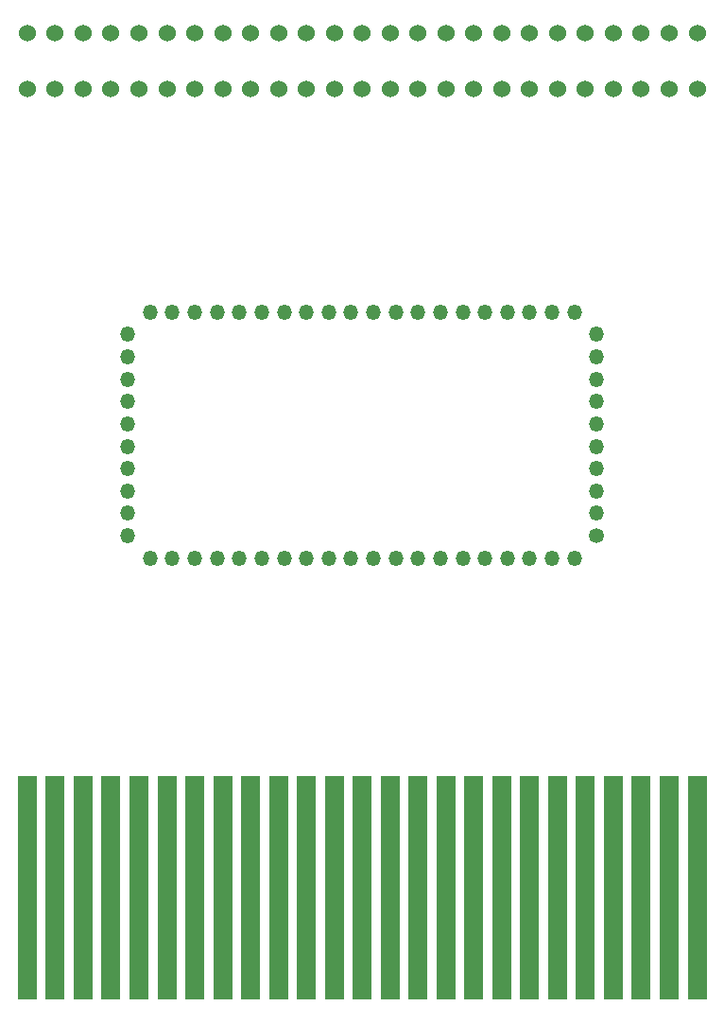
<source format=gbr>
%TF.GenerationSoftware,KiCad,Pcbnew,8.0.6*%
%TF.CreationDate,2024-10-28T20:20:35-05:00*%
%TF.ProjectId,n64_gamecat_rp2350b,6e36345f-6761-46d6-9563-61745f727032,rev?*%
%TF.SameCoordinates,Original*%
%TF.FileFunction,Soldermask,Bot*%
%TF.FilePolarity,Negative*%
%FSLAX46Y46*%
G04 Gerber Fmt 4.6, Leading zero omitted, Abs format (unit mm)*
G04 Created by KiCad (PCBNEW 8.0.6) date 2024-10-28 20:20:35*
%MOMM*%
%LPD*%
G01*
G04 APERTURE LIST*
%ADD10R,1.800000X20.000000*%
%ADD11C,1.350000*%
%ADD12O,1.350000X1.350000*%
%ADD13C,1.524000*%
G04 APERTURE END LIST*
D10*
%TO.C,U3*%
X104000000Y-143000000D03*
X106500000Y-143000000D03*
X109000000Y-143000000D03*
X111500000Y-143000000D03*
X114000000Y-143000000D03*
X116500000Y-143000000D03*
X119000000Y-143000000D03*
X121500000Y-143000000D03*
X124000000Y-143000000D03*
X126500000Y-143000000D03*
X129000000Y-143000000D03*
X131500000Y-143000000D03*
X134000000Y-143000000D03*
X136500000Y-143000000D03*
X139000000Y-143000000D03*
X141500000Y-143000000D03*
X144000000Y-143000000D03*
X146500000Y-143000000D03*
X149000000Y-143000000D03*
X151500000Y-143000000D03*
X154000000Y-143000000D03*
X156500000Y-143000000D03*
X159000000Y-143000000D03*
X161500000Y-143000000D03*
X164000000Y-143000000D03*
%TD*%
D11*
%TO.C,U4*%
X155000000Y-111500000D03*
D12*
X155000000Y-109500000D03*
X155000000Y-107500000D03*
X155000000Y-105500000D03*
X155000000Y-103500000D03*
X155000000Y-101500000D03*
X155000000Y-99500000D03*
X155000000Y-97500000D03*
X155000000Y-95500000D03*
X155000000Y-93500000D03*
X153000000Y-91500000D03*
X151000000Y-91500000D03*
X149000000Y-91500000D03*
X147000000Y-91500000D03*
X145000000Y-91500000D03*
X143000000Y-91500000D03*
X141000000Y-91500000D03*
X139000000Y-91500000D03*
X137000000Y-91500000D03*
X135000000Y-91500000D03*
X133000000Y-91500000D03*
X131000000Y-91500000D03*
X129000000Y-91500000D03*
X127000000Y-91500000D03*
X125000000Y-91500000D03*
X123000000Y-91500000D03*
X121000000Y-91500000D03*
X119000000Y-91500000D03*
X117000000Y-91500000D03*
X115000000Y-91500000D03*
X113000000Y-93500000D03*
X113000000Y-95500000D03*
X113000000Y-97500000D03*
X113000000Y-99500000D03*
X113000000Y-101500000D03*
X113000000Y-103500000D03*
X113000000Y-105500000D03*
X113000000Y-107500000D03*
X113000000Y-109500000D03*
X113000000Y-111500000D03*
X115000000Y-113500000D03*
X117000000Y-113500000D03*
X119000000Y-113500000D03*
X121000000Y-113500000D03*
X123000000Y-113500000D03*
X125000000Y-113500000D03*
X127000000Y-113500000D03*
X129000000Y-113500000D03*
X131000000Y-113500000D03*
X133000000Y-113500000D03*
X135000000Y-113500000D03*
X137000000Y-113500000D03*
X139000000Y-113500000D03*
X141000000Y-113500000D03*
X143000000Y-113500000D03*
X145000000Y-113500000D03*
X147000000Y-113500000D03*
X149000000Y-113500000D03*
X151000000Y-113500000D03*
X153000000Y-113500000D03*
%TD*%
D13*
%TO.C,U2*%
X104000000Y-71500000D03*
X106500000Y-71500000D03*
X109000000Y-71500000D03*
X111500000Y-71500000D03*
X114000000Y-71500000D03*
X116500000Y-71500000D03*
X119000000Y-71500000D03*
X121500000Y-71500000D03*
X124000000Y-71500000D03*
X126500000Y-71500000D03*
X129000000Y-71500000D03*
X131500000Y-71500000D03*
X134000000Y-71500000D03*
X136500000Y-71500000D03*
X139000000Y-71500000D03*
X141500000Y-71500000D03*
X144000000Y-71500000D03*
X146500000Y-71500000D03*
X149000000Y-71500000D03*
X151500000Y-71500000D03*
X154000000Y-71500000D03*
X156500000Y-71500000D03*
X159000000Y-71500000D03*
X161500000Y-71500000D03*
X164000000Y-71500000D03*
X104000000Y-66500000D03*
X106500000Y-66500000D03*
X109000000Y-66500000D03*
X111500000Y-66500000D03*
X114000000Y-66500000D03*
X116500000Y-66500000D03*
X119000000Y-66500000D03*
X121500000Y-66500000D03*
X124000000Y-66500000D03*
X126500000Y-66500000D03*
X129000000Y-66500000D03*
X131500000Y-66500000D03*
X134000000Y-66500000D03*
X136500000Y-66500000D03*
X139000000Y-66500000D03*
X141500000Y-66500000D03*
X144000000Y-66500000D03*
X146500000Y-66500000D03*
X149000000Y-66500000D03*
X151500000Y-66500000D03*
X154000000Y-66500000D03*
X156500000Y-66500000D03*
X159000000Y-66500000D03*
X161500000Y-66500000D03*
X164000000Y-66500000D03*
%TD*%
M02*

</source>
